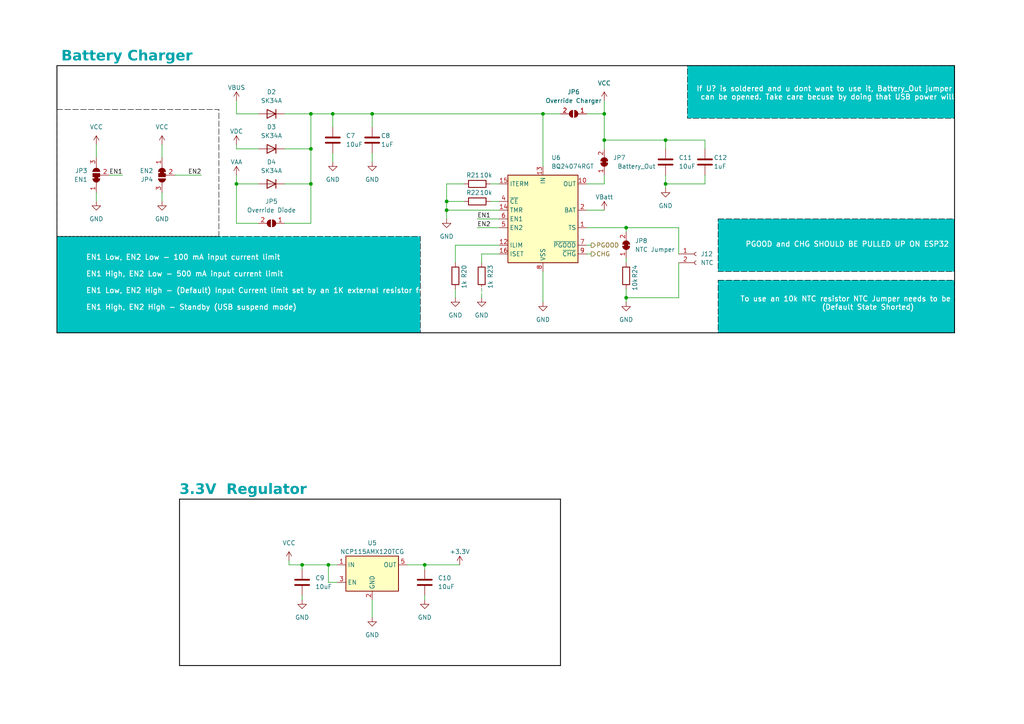
<source format=kicad_sch>
(kicad_sch (version 20231120) (generator "eeschema") (generator_version "8.0")
  (paper "A4")
  (title_block (title "Gas Weigther") (date "2024-08-26") (rev "1"))
  (lib_symbols
    (symbol "Battery_Management:BQ24074RGT"
      (property "Reference" "U" (at -8.89 13.97 0))
      (property "Value" "BQ24074RGT" (at 16.51 13.97 0))
      (symbol "BQ24074RGT_0_1"
        (rectangle (start -10.16 12.7) (end 10.16 -12.7) (stroke (width 0.254)) (fill (type background)))
      )
      (symbol "BQ24074RGT_1_1"
        (pin passive line (at 12.7 -2.54 180) (length 2.54) (name "TS") (number "1"))
        (pin power_out line (at 12.7 10.16 180) (length 2.54) (name "OUT") (number "10"))
        (pin passive line (at 12.7 10.16 180) (length 2.54) hide (name "OUT") (number "11"))
        (pin passive line (at -12.7 -7.62 0) (length 2.54) (name "ILIM") (number "12"))
        (pin power_in line (at 0 15.24 270) (length 2.54) (name "IN") (number "13"))
        (pin input line (at -12.7 2.54 0) (length 2.54) (name "TMR") (number "14"))
        (pin input line (at -12.7 10.16 0) (length 2.54) (name "ITERM") (number "15"))
        (pin passive line (at -12.7 -10.16 0) (length 2.54) (name "ISET") (number "16"))
        (pin passive line (at 0 -15.24 90) (length 2.54) hide (name "VSS") (number "17"))
        (pin power_out line (at 12.7 2.54 180) (length 2.54) (name "BAT") (number "2"))
        (pin passive line (at 12.7 2.54 180) (length 2.54) hide (name "BAT") (number "3"))
        (pin input line (at -12.7 5.08 0) (length 2.54) (name "~{CE}") (number "4"))
        (pin input line (at -12.7 -2.54 0) (length 2.54) (name "EN2") (number "5"))
        (pin input line (at -12.7 0 0) (length 2.54) (name "EN1") (number "6"))
        (pin open_collector line (at 12.7 -7.62 180) (length 2.54) (name "~{PGOOD}") (number "7"))
        (pin power_in line (at 0 -15.24 90) (length 2.54) (name "VSS") (number "8"))
        (pin open_collector line (at 12.7 -10.16 180) (length 2.54) (name "~{CHG}") (number "9"))
      )
    )
    (symbol "Connector:Conn_01x02_Socket" (pin_names (offset 1.016) hide)
      (property "Reference" "J" (at 0 2.54 0))
      (property "Value" "Conn_01x02_Socket" (at 0 -5.08 0))
      (symbol "Conn_01x02_Socket_1_1"
        (arc (start 0 -2.032) (mid -0.5058 -2.54) (end 0 -3.048) (stroke (width 0.1524)))
        (polyline (pts (xy -1.27 -2.54) (xy -0.508 -2.54)) (stroke (width 0.1524)))
        (polyline (pts (xy -1.27 0) (xy -0.508 0)) (stroke (width 0.1524)))
        (arc (start 0 0.508) (mid -0.5058 0) (end 0 -0.508) (stroke (width 0.1524)))
        (pin passive line (at -5.08 0 0) (length 3.81) (name "Pin_1") (number "1"))
        (pin passive line (at -5.08 -2.54 0) (length 3.81) (name "Pin_2") (number "2"))
      )
    )
    (symbol "Device:C" (pin_numbers hide) (pin_names (offset 0.254))
      (property "Reference" "C" (at 0.635 2.54 0))
      (property "Value" "C" (at 0.635 -2.54 0))
      (symbol "C_0_1"
        (polyline (pts (xy -2.032 -0.762) (xy 2.032 -0.762)) (stroke (width 0.508)))
        (polyline (pts (xy -2.032 0.762) (xy 2.032 0.762)) (stroke (width 0.508)))
      )
      (symbol "C_1_1"
        (pin passive line (at 0 3.81 270) (length 2.794) (name "~") (number "1"))
        (pin passive line (at 0 -3.81 90) (length 2.794) (name "~") (number "2"))
      )
    )
    (symbol "Device:R" (pin_numbers hide) (pin_names (offset 0))
      (property "Reference" "R" (at 2.032 0 90))
      (property "Value" "R" (at 0 0 90))
      (symbol "R_0_1"
        (rectangle (start -1.016 -2.54) (end 1.016 2.54) (stroke (width 0.254)))
      )
      (symbol "R_1_1"
        (pin passive line (at 0 3.81 270) (length 1.27) (name "~") (number "1"))
        (pin passive line (at 0 -3.81 90) (length 1.27) (name "~") (number "2"))
      )
    )
    (symbol "Diode:1N4001" (pin_numbers hide) (pin_names hide)
      (property "Reference" "D" (at 0 2.54 0))
      (property "Value" "1N4001" (at 0 -2.54 0))
      (symbol "1N4001_0_1"
        (polyline (pts (xy -1.27 1.27) (xy -1.27 -1.27)) (stroke (width 0.254)))
        (polyline (pts (xy 1.27 0) (xy -1.27 0)))
        (polyline (pts (xy 1.27 1.27) (xy 1.27 -1.27) (xy -1.27 0) (xy 1.27 1.27)) (stroke (width 0.254)))
      )
      (symbol "1N4001_1_1"
        (pin passive line (at -3.81 0 0) (length 2.54) (name "K") (number "1"))
        (pin passive line (at 3.81 0 180) (length 2.54) (name "A") (number "2"))
      )
    )
    (symbol "Jumper:SolderJumper_2_Bridged" (pin_names (offset 0) hide)
      (property "Reference" "JP" (at 0 2.032 0))
      (property "Value" "SolderJumper_2_Bridged" (at 0 -2.54 0))
      (symbol "SolderJumper_2_Bridged_0_1"
        (rectangle (start -0.508 0.508) (end 0.508 -0.508) (fill (type outline)))
        (arc (start -0.254 1.016) (mid -1.2656 0) (end -0.254 -1.016))
        (arc (start -0.254 1.016) (mid -1.2656 0) (end -0.254 -1.016) (fill (type outline)))
        (polyline (pts (xy -0.254 1.016) (xy -0.254 -1.016)))
        (polyline (pts (xy 0.254 1.016) (xy 0.254 -1.016)))
        (arc (start 0.254 -1.016) (mid 1.2656 0) (end 0.254 1.016))
        (arc (start 0.254 -1.016) (mid 1.2656 0) (end 0.254 1.016) (fill (type outline)))
      )
      (symbol "SolderJumper_2_Bridged_1_1"
        (pin passive line (at -3.81 0 0) (length 2.54) (name "A") (number "1"))
        (pin passive line (at 3.81 0 180) (length 2.54) (name "B") (number "2"))
      )
    )
    (symbol "Jumper:SolderJumper_2_Open" (pin_names (offset 0) hide)
      (property "Reference" "JP" (at 0 2.032 0))
      (property "Value" "SolderJumper_2_Open" (at 0 -2.54 0))
      (symbol "SolderJumper_2_Open_0_1"
        (arc (start -0.254 1.016) (mid -1.2656 0) (end -0.254 -1.016))
        (arc (start -0.254 1.016) (mid -1.2656 0) (end -0.254 -1.016) (fill (type outline)))
        (polyline (pts (xy -0.254 1.016) (xy -0.254 -1.016)))
        (polyline (pts (xy 0.254 1.016) (xy 0.254 -1.016)))
        (arc (start 0.254 -1.016) (mid 1.2656 0) (end 0.254 1.016))
        (arc (start 0.254 -1.016) (mid 1.2656 0) (end 0.254 1.016) (fill (type outline)))
      )
      (symbol "SolderJumper_2_Open_1_1"
        (pin passive line (at -3.81 0 0) (length 2.54) (name "A") (number "1"))
        (pin passive line (at 3.81 0 180) (length 2.54) (name "B") (number "2"))
      )
    )
    (symbol "Jumper:SolderJumper_3_Bridged12" (pin_names (offset 0) hide)
      (property "Reference" "JP" (at -2.54 -2.54 0))
      (property "Value" "SolderJumper_3_Bridged12" (at 0 2.794 0))
      (symbol "SolderJumper_3_Bridged12_0_1"
        (rectangle (start -1.016 0.508) (end -0.508 -0.508) (fill (type outline)))
        (arc (start -1.016 1.016) (mid -2.0276 0) (end -1.016 -1.016))
        (arc (start -1.016 1.016) (mid -2.0276 0) (end -1.016 -1.016) (fill (type outline)))
        (rectangle (start -0.508 1.016) (end 0.508 -1.016) (fill (type outline)))
        (polyline (pts (xy -2.54 0) (xy -2.032 0)))
        (polyline (pts (xy -1.016 1.016) (xy -1.016 -1.016)))
        (polyline (pts (xy 0 -1.27) (xy 0 -1.016)))
        (polyline (pts (xy 1.016 1.016) (xy 1.016 -1.016)))
        (polyline (pts (xy 2.54 0) (xy 2.032 0)))
        (arc (start 1.016 -1.016) (mid 2.0276 0) (end 1.016 1.016))
        (arc (start 1.016 -1.016) (mid 2.0276 0) (end 1.016 1.016) (fill (type outline)))
      )
      (symbol "SolderJumper_3_Bridged12_1_1"
        (pin passive line (at -5.08 0 0) (length 2.54) (name "A") (number "1"))
        (pin passive line (at 0 -3.81 90) (length 2.54) (name "C") (number "2"))
        (pin passive line (at 5.08 0 180) (length 2.54) (name "B") (number "3"))
      )
    )
    (symbol "Power_Symbols:VBatt" (power) (pin_names (offset 0))
      (property "Value" "VBatt" (at 0 6.35 0))
      (symbol "VBatt_0_1"
        (polyline (pts (xy -0.762 1.27) (xy 0 2.54)))
        (polyline (pts (xy 0 0) (xy 0 2.54)))
        (polyline (pts (xy 0 2.54) (xy 0.762 1.27)))
      )
      (symbol "VBatt_1_1"
        (pin power_in line (at 0 0 90) (length 0) hide (name "VBatt") (number "1"))
      )
    )
    (symbol "Regulator_Linear:NCP115AMX120TCG"
      (property "Reference" "U1" (at 0 8.89 0))
      (property "Value" "NCP115AMX120TCG" (at 0 6.35 0))
      (symbol "NCP115AMX120TCG_0_1"
        (rectangle (start -7.62 5.08) (end 7.62 -5.08) (stroke (width 0.254)) (fill (type background)))
      )
      (symbol "NCP115AMX120TCG_1_1"
        (pin power_in line (at -10.16 2.54 0) (length 2.54) (name "IN") (number "1"))
        (pin power_in line (at 0 -7.62 90) (length 2.54) (name "GND") (number "2"))
        (pin input line (at -10.16 -2.54 0) (length 2.54) (name "EN") (number "3"))
        (pin passive line (at 0 -7.62 90) (length 2.54) hide (name "GND") (number "5"))
        (pin power_out line (at 10.16 2.54 180) (length 2.54) (name "OUT") (number "5"))
      )
    )
    (symbol "power:+3.3V" (power) (pin_names (offset 0))
      (property "Value" "+3.3V" (at 0 3.556 0))
      (symbol "+3.3V_0_1"
        (polyline (pts (xy -0.762 1.27) (xy 0 2.54)))
        (polyline (pts (xy 0 0) (xy 0 2.54)))
        (polyline (pts (xy 0 2.54) (xy 0.762 1.27)))
      )
      (symbol "+3.3V_1_1"
        (pin power_in line (at 0 0 90) (length 0) hide (name "+3.3V") (number "1"))
      )
    )
    (symbol "power:GND" (power) (pin_names (offset 0))
      (property "Value" "GND" (at 0 -3.81 0))
      (symbol "GND_0_1"
        (polyline (pts (xy 0 0) (xy 0 -1.27) (xy 1.27 -1.27) (xy 0 -2.54) (xy -1.27 -1.27) (xy 0 -1.27)))
      )
      (symbol "GND_1_1"
        (pin power_in line (at 0 0 270) (length 0) hide (name "GND") (number "1"))
      )
    )
    (symbol "power:VAA" (power) (pin_names (offset 0))
      (property "Value" "VAA" (at 0 3.81 0))
      (symbol "VAA_0_1"
        (polyline (pts (xy -0.762 1.27) (xy 0 2.54)))
        (polyline (pts (xy 0 0) (xy 0 2.54)))
        (polyline (pts (xy 0 2.54) (xy 0.762 1.27)))
      )
      (symbol "VAA_1_1"
        (pin power_in line (at 0 0 90) (length 0) hide (name "VAA") (number "1"))
      )
    )
    (symbol "power:VBUS" (power) (pin_names (offset 0))
      (property "Value" "VBUS" (at 0 3.81 0))
      (symbol "VBUS_0_1"
        (polyline (pts (xy -0.762 1.27) (xy 0 2.54)))
        (polyline (pts (xy 0 0) (xy 0 2.54)))
        (polyline (pts (xy 0 2.54) (xy 0.762 1.27)))
      )
      (symbol "VBUS_1_1"
        (pin power_in line (at 0 0 90) (length 0) hide (name "VBUS") (number "1"))
      )
    )
    (symbol "power:VCC" (power) (pin_names (offset 0))
      (property "Value" "VCC" (at 0 3.81 0))
      (symbol "VCC_0_1"
        (polyline (pts (xy -0.762 1.27) (xy 0 2.54)))
        (polyline (pts (xy 0 0) (xy 0 2.54)))
        (polyline (pts (xy 0 2.54) (xy 0.762 1.27)))
      )
      (symbol "VCC_1_1"
        (pin power_in line (at 0 0 90) (length 0) hide (name "VCC") (number "1"))
      )
    )
    (symbol "power:VDC" (power) (pin_names (offset 0))
      (property "Value" "VDC" (at 0 6.35 0))
      (symbol "VDC_0_1"
        (polyline (pts (xy -0.762 1.27) (xy 0 2.54)))
        (polyline (pts (xy 0 0) (xy 0 2.54)))
        (polyline (pts (xy 0 2.54) (xy 0.762 1.27)))
      )
      (symbol "VDC_1_1"
        (pin power_in line (at 0 0 90) (length 0) hide (name "VDC") (number "1"))
      )
    )
  )
  (junction (at 87.63 163.83))
  (junction (at 129.54 58.42))
  (junction (at 181.61 66.04))
  (junction (at 90.17 43.18))
  (junction (at 90.17 53.34))
  (junction (at 157.48 33.02))
  (junction (at 129.54 60.96))
  (junction (at 95.25 163.83))
  (junction (at 96.52 33.02))
  (junction (at 90.17 33.02))
  (junction (at 193.04 40.64))
  (junction (at 175.26 40.64))
  (junction (at 123.19 163.83))
  (junction (at 68.58 53.34))
  (junction (at 107.95 33.02))
  (junction (at 193.04 53.34))
  (junction (at 181.61 86.36))
  (junction (at 175.26 33.02))
  (wire (pts (xy 46.99 41.91) (xy 46.99 45.72)))
  (wire (pts (xy 181.61 67.31) (xy 181.61 66.04)))
  (wire (pts (xy 139.7 73.66) (xy 139.7 76.2)))
  (wire (pts (xy 138.43 63.5) (xy 144.78 63.5)))
  (wire (pts (xy 181.61 83.82) (xy 181.61 86.36)))
  (wire (pts (xy 175.26 40.64) (xy 175.26 43.18)))
  (wire (pts (xy 123.19 163.83) (xy 133.35 163.83)))
  (wire (pts (xy 82.55 43.18) (xy 90.17 43.18)))
  (polyline (pts (xy 52.07 144.78) (xy 162.56 144.78)) (stroke (width 0.25) (type solid) (color 0 0 0 1)))
  (wire (pts (xy 196.85 73.66) (xy 196.85 66.04)))
  (wire (pts (xy 90.17 64.77) (xy 90.17 53.34)))
  (wire (pts (xy 144.78 73.66) (xy 139.7 73.66)))
  (wire (pts (xy 196.85 76.2) (xy 196.85 86.36)))
  (wire (pts (xy 142.24 53.34) (xy 144.78 53.34)))
  (wire (pts (xy 31.75 50.8) (xy 35.56 50.8)))
  (wire (pts (xy 132.08 76.2) (xy 132.08 71.12)))
  (wire (pts (xy 181.61 86.36) (xy 181.61 87.63)))
  (wire (pts (xy 50.8 50.8) (xy 58.42 50.8)))
  (wire (pts (xy 204.47 40.64) (xy 193.04 40.64)))
  (wire (pts (xy 68.58 53.34) (xy 74.93 53.34)))
  (polyline (pts (xy 276.86 19.05) (xy 276.86 96.52)) (stroke (width 0.25) (type solid) (color 0 0 0 1)))
  (wire (pts (xy 129.54 58.42) (xy 134.62 58.42)))
  (wire (pts (xy 96.52 44.45) (xy 96.52 46.99)))
  (wire (pts (xy 204.47 40.64) (xy 204.47 43.18)))
  (wire (pts (xy 27.94 55.88) (xy 27.94 58.42)))
  (wire (pts (xy 181.61 76.2) (xy 181.61 74.93)))
  (polyline (pts (xy 16.51 19.05) (xy 16.51 96.52)) (stroke (width 0.25) (type solid) (color 0 0 0 1)))
  (wire (pts (xy 193.04 53.34) (xy 193.04 54.61)))
  (wire (pts (xy 181.61 66.04) (xy 170.18 66.04)))
  (wire (pts (xy 123.19 163.83) (xy 123.19 165.1)))
  (wire (pts (xy 68.58 33.02) (xy 74.93 33.02)))
  (polyline (pts (xy 162.56 144.78) (xy 162.56 193.04)) (stroke (width 0.25) (type solid) (color 0 0 0 1)))
  (wire (pts (xy 129.54 53.34) (xy 134.62 53.34)))
  (wire (pts (xy 193.04 53.34) (xy 204.47 53.34)))
  (wire (pts (xy 204.47 50.8) (xy 204.47 53.34)))
  (wire (pts (xy 132.08 83.82) (xy 132.08 86.36)))
  (wire (pts (xy 82.55 64.77) (xy 90.17 64.77)))
  (polyline (pts (xy 16.51 19.05) (xy 276.86 19.05)) (stroke (width 0.25) (type solid) (color 0 0 0 1)))
  (wire (pts (xy 95.25 163.83) (xy 97.79 163.83)))
  (wire (pts (xy 87.63 163.83) (xy 95.25 163.83)))
  (wire (pts (xy 96.52 33.02) (xy 107.95 33.02)))
  (wire (pts (xy 175.26 50.8) (xy 175.26 53.34)))
  (wire (pts (xy 196.85 86.36) (xy 181.61 86.36)))
  (wire (pts (xy 129.54 58.42) (xy 129.54 53.34)))
  (wire (pts (xy 82.55 53.34) (xy 90.17 53.34)))
  (wire (pts (xy 138.43 66.04) (xy 144.78 66.04)))
  (wire (pts (xy 68.58 43.18) (xy 74.93 43.18)))
  (wire (pts (xy 129.54 60.96) (xy 144.78 60.96)))
  (wire (pts (xy 107.95 44.45) (xy 107.95 46.99)))
  (wire (pts (xy 170.18 60.96) (xy 175.26 60.96)))
  (wire (pts (xy 157.48 33.02) (xy 157.48 48.26)))
  (wire (pts (xy 175.26 29.21) (xy 175.26 33.02)))
  (wire (pts (xy 129.54 60.96) (xy 129.54 58.42)))
  (wire (pts (xy 170.18 33.02) (xy 175.26 33.02)))
  (polyline (pts (xy 52.07 144.78) (xy 52.07 193.04)) (stroke (width 0.25) (type solid) (color 0 0 0 1)))
  (wire (pts (xy 74.93 64.77) (xy 68.58 64.77)))
  (wire (pts (xy 95.25 168.91) (xy 95.25 163.83)))
  (wire (pts (xy 118.11 163.83) (xy 123.19 163.83)))
  (wire (pts (xy 123.19 172.72) (xy 123.19 173.99)))
  (wire (pts (xy 193.04 50.8) (xy 193.04 53.34)))
  (wire (pts (xy 68.58 41.91) (xy 68.58 43.18)))
  (wire (pts (xy 68.58 29.21) (xy 68.58 33.02)))
  (wire (pts (xy 90.17 33.02) (xy 96.52 33.02)))
  (wire (pts (xy 132.08 71.12) (xy 144.78 71.12)))
  (wire (pts (xy 157.48 33.02) (xy 162.56 33.02)))
  (wire (pts (xy 107.95 173.99) (xy 107.95 179.07)))
  (wire (pts (xy 68.58 53.34) (xy 68.58 50.8)))
  (wire (pts (xy 196.85 66.04) (xy 181.61 66.04)))
  (wire (pts (xy 83.82 163.83) (xy 87.63 163.83)))
  (wire (pts (xy 107.95 33.02) (xy 107.95 36.83)))
  (wire (pts (xy 193.04 40.64) (xy 193.04 43.18)))
  (wire (pts (xy 82.55 33.02) (xy 90.17 33.02)))
  (wire (pts (xy 139.7 83.82) (xy 139.7 86.36)))
  (wire (pts (xy 96.52 33.02) (xy 96.52 36.83)))
  (wire (pts (xy 129.54 63.5) (xy 129.54 60.96)))
  (polyline (pts (xy 162.56 193.04) (xy 52.07 193.04)) (stroke (width 0.25) (type solid) (color 0 0 0 1)))
  (wire (pts (xy 171.45 71.12) (xy 170.18 71.12)))
  (wire (pts (xy 90.17 33.02) (xy 90.17 43.18)))
  (polyline (pts (xy 276.86 96.52) (xy 16.51 96.52)) (stroke (width 0.25) (type solid) (color 0 0 0 1)))
  (wire (pts (xy 171.45 73.66) (xy 170.18 73.66)))
  (wire (pts (xy 68.58 64.77) (xy 68.58 53.34)))
  (wire (pts (xy 83.82 162.56) (xy 83.82 163.83)))
  (wire (pts (xy 97.79 168.91) (xy 95.25 168.91)))
  (wire (pts (xy 107.95 33.02) (xy 157.48 33.02)))
  (wire (pts (xy 87.63 172.72) (xy 87.63 173.99)))
  (wire (pts (xy 170.18 53.34) (xy 175.26 53.34)))
  (wire (pts (xy 157.48 78.74) (xy 157.48 87.63)))
  (wire (pts (xy 46.99 55.88) (xy 46.99 58.42)))
  (wire (pts (xy 90.17 43.18) (xy 90.17 53.34)))
  (wire (pts (xy 87.63 163.83) (xy 87.63 165.1)))
  (wire (pts (xy 27.94 41.91) (xy 27.94 45.72)))
  (wire (pts (xy 175.26 33.02) (xy 175.26 40.64)))
  (wire (pts (xy 142.24 58.42) (xy 144.78 58.42)))
  (wire (pts (xy 175.26 40.64) (xy 193.04 40.64)))
  (rectangle (start 208.28 63.5) (end 276.86 78.74) (stroke (width 0) (type dash) (color 0 0 0 1)) (fill (type color) (color 0 194 194 1)))
  (rectangle (start 16.51 31.75) (end 63.5 68.58) (stroke (width 0) (type dash) (color 0 0 0 1)) (fill (type color) (color 255 255 255 1)))
  (rectangle (start 16.51 68.58) (end 121.92 96.52) (stroke (width 0) (type dash) (color 0 0 0 1)) (fill (type color) (color 0 194 194 1)))
  (rectangle (start 208.28 81.28) (end 276.86 96.52) (stroke (width 0) (type dash) (color 0 0 0 1)) (fill (type color) (color 0 194 194 1)))
  (rectangle (start 199.39 19.05) (end 276.86 34.29) (stroke (width 0) (type dash) (color 0 0 0 1)) (fill (type color) (color 0 194 194 1)))
  (text "Battery Charger\n" (at 17.78 19.05 0) (effects (font (size 3 3) (thickness 0.6) (bold yes)) (justify left bottom)))
  (text "\n\n    EN1 Low, EN2 Low - 100 mA input current limit\n\n    EN1 High, EN2 Low - 500 mA input current limit \n\n    EN1 Low, EN2 High - (Default) Input Current limit set by an 1K external resistor from ILIM to GND\n\n    EN1 High, EN2 High - Standby (USB suspend mode)\n" (at 20.32 90.17 0) (effects (font (size 1.5 1.5) (thickness 0.2508) (bold yes)) (justify left bottom)))
  (text "3.3V  Regulator" (at 52.07 144.78 0) (effects (font (size 3 3) (thickness 0.6) (bold yes)) (justify left bottom)))
  (text "If U? is soldered and u dont want to use it, Battery_Out jumper\n can be opened. Take care becuse by doing that USB power will not work" (at 201.93 29.21 0) (effects (font (size 1.5 1.5) (thickness 0.2508) (bold yes)) (justify left bottom)))
  (text "PGOOD and CHG SHOULD BE PULLED UP ON ESP32" (at 216.154 71.882 0) (effects (font (size 1.5 1.5) (thickness 0.2508) (bold yes)) (justify left bottom)))
  (text "To use an 10k NTC resistor NTC Jumper needs to be open.\n				(Default State Shorted) " (at 214.63 90.17 0) (effects (font (size 1.5 1.5) (thickness 0.2508) (bold yes)) (justify left bottom)))
  (label "EN1" (at 35.56 50.8 180))
  (label "EN2" (at 138.43 66.04 0))
  (label "EN1" (at 138.43 63.5 0))
  (label "EN2" (at 58.42 50.8 180))
  (hierarchical_label "CHG" (shape output) (at 171.45 73.66 0))
  (hierarchical_label "PGOOD" (shape output) (at 171.45 71.12 0))
  (symbol (lib_id "Diode:1N4001") (at 78.74 53.34 180) (unit 1)
    (property "Reference" "D4" (at 78.74 46.99 0))
    (property "Value" "SK34A" (at 78.74 49.53 0))
    (property "Footprint" "Diode_SMD:D_0805_2012Metric" (effects (hide yes)))
    (property "Datasheet" "http://www.vishay.com/docs/88503/1n4001.pdf" (effects (hide yes)))
    (property "Sim.Device" "D" (effects (hide yes)))
    (property "Sim.Pins" "1=K 2=A" (effects (hide yes)))
  )
  (symbol (lib_id "Device:R") (at 132.08 80.01 0) (unit 1)
    (property "Reference" "R20" (at 134.62 78.74 90))
    (property "Value" "1k" (at 134.62 82.55 90))
    (property "Footprint" "Resistor_SMD:R_0805_2012Metric_Pad1.20x1.40mm_HandSolder" (effects (hide yes)))
    (instances (project "GasWeighter" (path "" (reference "R20") (unit 1))) (project "Arbolito" (path "" (reference "R11") (unit 1))))
  )
  (symbol (lib_id "power:VCC") (at 46.99 41.91 0) (unit 1)
    (property "Reference" "#PWR060" (effects (hide yes)))
    (property "Value" "VCC" (at 46.99 36.83 0))
    (instances (project "GasWeighter" (path "" (reference "#PWR060") (unit 1))) (project "Arbolito" (path "" (reference "#PWR016") (unit 1))))
  )
  (symbol (lib_id "Diode:1N4001") (at 78.74 43.18 180) (unit 1)
    (property "Reference" "D3" (at 78.74 36.83 0))
    (property "Value" "SK34A" (at 78.74 39.37 0))
    (property "Footprint" "Diode_SMD:D_0805_2012Metric" (effects (hide yes)))
    (property "Datasheet" "http://www.vishay.com/docs/88503/1n4001.pdf" (effects (hide yes)))
    (property "Sim.Device" "D" (effects (hide yes)))
    (property "Sim.Pins" "1=K 2=A" (effects (hide yes)))
  )
  (symbol (lib_id "Jumper:SolderJumper_2_Bridged") (at 175.26 46.99 90) (unit 1)
    (property "Reference" "JP7" (at 177.8 45.7199 90) (effects (justify right)))
    (property "Value" "Battery_Out" (at 179.07 48.26 90) (effects (justify right)))
    (property "Footprint" "Jumper:SolderJumper-2_P1.3mm_Bridged_RoundedPad1.0x1.5mm" (effects (hide yes)))
  )
  (symbol (lib_id "Regulator_Linear:NCP115AMX120TCG") (at 107.95 166.37 0) (unit 1)
    (property "Reference" "U5" (at 107.95 157.48 0))
    (property "Value" "NCP115AMX120TCG" (at 107.95 160.02 0))
    (property "Footprint" "Package_TO_SOT_SMD:SOT-23-5_HandSoldering" (effects (hide yes)))
    (property "Datasheet" "https://www.onsemi.com/pub/Collateral/NCP115-D.PDF" (effects (hide yes)))
    (instances (project "GasWeighter" (path "" (reference "U5") (unit 1))) (project "Arbolito" (path "" (reference "U1") (unit 1))))
  )
  (symbol (lib_id "Connector:Conn_01x02_Socket") (at 201.93 73.66 0) (unit 1)
    (property "Reference" "J12" (at 203.2 73.6599 0) (effects (justify left)))
    (property "Value" "NTC" (at 203.2 76.1999 0) (effects (justify left)))
    (property "Footprint" "Connector_JST:JST_PH_B2B-PH-K_1x02_P2.00mm_Vertical" (effects (hide yes)))
  )
  (symbol (lib_id "power:GND") (at 129.54 63.5 0) (unit 1)
    (property "Reference" "#PWR055" (effects (hide yes)))
    (property "Value" "GND" (at 129.54 68.58 0))
    (instances (project "GasWeighter" (path "" (reference "#PWR055") (unit 1))) (project "Arbolito" (path "" (reference "#PWR023") (unit 1))))
  )
  (symbol (lib_id "power:VCC") (at 83.82 162.56 0) (unit 1)
    (property "Reference" "#PWR026" (effects (hide yes)))
    (property "Value" "VCC" (at 83.82 157.48 0))
    (instances (project "GasWeighter" (path "" (reference "#PWR026") (unit 1))) (project "Arbolito" (path "" (reference "#PWR016") (unit 1))))
  )
  (symbol (lib_id "power:GND") (at 107.95 46.99 0) (unit 1)
    (property "Reference" "#PWR053" (effects (hide yes)))
    (property "Value" "GND" (at 107.95 52.07 0))
    (instances (project "GasWeighter" (path "" (reference "#PWR053") (unit 1))) (project "Arbolito" (path "" (reference "#PWR023") (unit 1))))
  )
  (symbol (lib_id "Device:R") (at 139.7 80.01 0) (unit 1)
    (property "Reference" "R23" (at 142.24 78.74 90))
    (property "Value" "1k" (at 142.24 82.55 90))
    (property "Footprint" "Resistor_SMD:R_0805_2012Metric_Pad1.20x1.40mm_HandSolder" (effects (hide yes)))
    (instances (project "GasWeighter" (path "" (reference "R23") (unit 1))) (project "Arbolito" (path "" (reference "R11") (unit 1))))
  )
  (symbol (lib_id "power:GND") (at 193.04 54.61 0) (unit 1)
    (property "Reference" "#PWR064" (effects (hide yes)))
    (property "Value" "GND" (at 193.04 59.69 0))
    (instances (project "GasWeighter" (path "" (reference "#PWR064") (unit 1))) (project "Arbolito" (path "" (reference "#PWR023") (unit 1))))
  )
  (symbol (lib_id "power:GND") (at 139.7 86.36 0) (unit 1)
    (property "Reference" "#PWR058" (effects (hide yes)))
    (property "Value" "GND" (at 139.7 91.44 0))
    (instances (project "GasWeighter" (path "" (reference "#PWR058") (unit 1))) (project "Arbolito" (path "" (reference "#PWR023") (unit 1))))
  )
  (symbol (lib_id "power:VCC") (at 175.26 29.21 0) (unit 1)
    (property "Reference" "#PWR057" (effects (hide yes)))
    (property "Value" "VCC" (at 175.26 24.13 0))
    (instances (project "GasWeighter" (path "" (reference "#PWR057") (unit 1))) (project "Arbolito" (path "" (reference "#PWR016") (unit 1))))
  )
  (symbol (lib_id "power:VAA") (at 68.58 50.8 0) (unit 1)
    (property "Reference" "#PWR027" (effects (hide yes)))
    (property "Value" "VAA" (at 68.58 46.99 0))
  )
  (symbol (lib_id "power:GND") (at 123.19 173.99 0) (unit 1)
    (property "Reference" "#PWR069" (effects (hide yes)))
    (property "Value" "GND" (at 123.19 179.07 0))
    (instances (project "GasWeighter" (path "" (reference "#PWR069") (unit 1))) (project "Arbolito" (path "" (reference "#PWR014") (unit 1))))
  )
  (symbol (lib_id "Device:C") (at 107.95 40.64 0) (unit 1)
    (property "Reference" "C8" (at 110.49 39.3699 0) (effects (justify left)))
    (property "Value" "1uF" (at 110.49 41.91 0) (effects (justify left)))
    (property "Footprint" "Capacitor_SMD:C_0603_1608Metric_Pad1.08x0.95mm_HandSolder" (effects (hide yes)))
    (instances (project "GasWeighter" (path "" (reference "C8") (unit 1))) (project "Brushed controller" (path "" (reference "C7") (unit 1))))
  )
  (symbol (lib_id "Device:C") (at 204.47 46.99 0) (unit 1)
    (property "Reference" "C12" (at 207.01 45.7199 0) (effects (justify left)))
    (property "Value" "1uF" (at 207.01 48.26 0) (effects (justify left)))
    (property "Footprint" "Capacitor_SMD:C_0603_1608Metric_Pad1.08x0.95mm_HandSolder" (effects (hide yes)))
    (instances (project "GasWeighter" (path "" (reference "C12") (unit 1))) (project "Brushed controller" (path "" (reference "C7") (unit 1))))
  )
  (symbol (lib_id "power:VBUS") (at 68.58 29.21 0) (unit 1)
    (property "Reference" "#PWR051" (effects (hide yes)))
    (property "Value" "VBUS" (at 68.58 25.4 0))
    (instances (project "GasWeighter" (path "" (reference "#PWR051") (unit 1))) (project "Arbolito" (path "" (reference "#PWR09") (unit 1))))
  )
  (symbol (lib_id "power:VDC") (at 68.58 41.91 0) (unit 1)
    (property "Reference" "#PWR02" (effects (hide yes)))
    (property "Value" "VDC" (at 68.58 38.1 0))
  )
  (symbol (lib_id "Device:R") (at 181.61 80.01 0) (unit 1)
    (property "Reference" "R24" (at 184.15 78.74 90))
    (property "Value" "10k" (at 184.15 82.55 90))
    (property "Footprint" "Resistor_SMD:R_0805_2012Metric_Pad1.20x1.40mm_HandSolder" (effects (hide yes)))
    (instances (project "GasWeighter" (path "" (reference "R24") (unit 1))) (project "Arbolito" (path "" (reference "R11") (unit 1))))
  )
  (symbol (lib_id "Device:R") (at 138.43 58.42 90) (unit 1)
    (property "Reference" "R22" (at 137.16 55.88 90))
    (property "Value" "10k" (at 140.97 55.88 90))
    (property "Footprint" "Resistor_SMD:R_0805_2012Metric_Pad1.20x1.40mm_HandSolder" (effects (hide yes)))
    (instances (project "GasWeighter" (path "" (reference "R22") (unit 1))) (project "Arbolito" (path "" (reference "R11") (unit 1))))
  )
  (symbol (lib_id "Jumper:SolderJumper_3_Bridged12") (at 46.99 50.8 90) (mirror x) (unit 1)
    (property "Reference" "JP4" (at 44.45 52.0701 90) (effects (justify left)))
    (property "Value" "EN2" (at 44.45 49.5301 90) (effects (justify left)))
    (property "Footprint" "Jumper:SolderJumper-3_P1.3mm_Bridged12_RoundedPad1.0x1.5mm" (effects (hide yes)))
  )
  (symbol (lib_id "Device:C") (at 193.04 46.99 0) (unit 1)
    (property "Reference" "C11" (at 196.85 45.72 0) (effects (justify left)))
    (property "Value" "10uF" (at 196.85 48.26 0) (effects (justify left)))
    (property "Footprint" "Capacitor_SMD:C_0603_1608Metric_Pad1.08x0.95mm_HandSolder" (effects (hide yes)))
    (instances (project "GasWeighter" (path "" (reference "C11") (unit 1))) (project "Brushed controller" (path "" (reference "C1") (unit 1))))
  )
  (symbol (lib_id "Jumper:SolderJumper_2_Open") (at 78.74 64.77 180) (unit 1)
    (property "Reference" "JP5" (at 78.74 58.42 0))
    (property "Value" "Override Diode" (at 78.74 60.96 0))
    (property "Footprint" "Jumper:SolderJumper-2_P1.3mm_Open_RoundedPad1.0x1.5mm" (effects (hide yes)))
  )
  (symbol (lib_id "power:GND") (at 87.63 173.99 0) (unit 1)
    (property "Reference" "#PWR067" (effects (hide yes)))
    (property "Value" "GND" (at 87.63 179.07 0))
    (instances (project "GasWeighter" (path "" (reference "#PWR067") (unit 1))) (project "Arbolito" (path "" (reference "#PWR08") (unit 1))))
  )
  (symbol (lib_id "power:GND") (at 107.95 179.07 0) (unit 1)
    (property "Reference" "#PWR068" (effects (hide yes)))
    (property "Value" "GND" (at 107.95 184.15 0))
    (instances (project "GasWeighter" (path "" (reference "#PWR068") (unit 1))) (project "Arbolito" (path "" (reference "#PWR011") (unit 1))))
  )
  (symbol (lib_id "Device:C") (at 123.19 168.91 0) (unit 1)
    (property "Reference" "C10" (at 127 167.6399 0) (effects (justify left)))
    (property "Value" "10uF" (at 127 170.1799 0) (effects (justify left)))
    (property "Footprint" "Capacitor_SMD:C_0805_2012Metric" (effects (hide yes)))
    (instances (project "GasWeighter" (path "" (reference "C10") (unit 1))) (project "Arbolito" (path "" (reference "C2") (unit 1))))
  )
  (symbol (lib_id "Jumper:SolderJumper_3_Bridged12") (at 27.94 50.8 90) (unit 1)
    (property "Reference" "JP3" (at 25.4 49.5299 90) (effects (justify left)))
    (property "Value" "EN1" (at 25.4 52.0699 90) (effects (justify left)))
    (property "Footprint" "Jumper:SolderJumper-3_P1.3mm_Bridged12_RoundedPad1.0x1.5mm" (effects (hide yes)))
  )
  (symbol (lib_id "Device:C") (at 87.63 168.91 0) (unit 1)
    (property "Reference" "C9" (at 91.44 167.6399 0) (effects (justify left)))
    (property "Value" "10uF" (at 91.44 170.1799 0) (effects (justify left)))
    (property "Footprint" "Capacitor_SMD:C_0805_2012Metric" (effects (hide yes)))
    (instances (project "GasWeighter" (path "" (reference "C9") (unit 1))) (project "Arbolito" (path "" (reference "C1") (unit 1))))
  )
  (symbol (lib_id "Jumper:SolderJumper_2_Open") (at 166.37 33.02 180) (unit 1)
    (property "Reference" "JP6" (at 166.37 26.67 0))
    (property "Value" "Override Charger" (at 166.37 29.21 0))
    (property "Footprint" "Jumper:SolderJumper-2_P1.3mm_Open_RoundedPad1.0x1.5mm" (effects (hide yes)))
  )
  (symbol (lib_id "Device:R") (at 138.43 53.34 90) (unit 1)
    (property "Reference" "R21" (at 137.16 50.8 90))
    (property "Value" "10k" (at 140.97 50.8 90))
    (property "Footprint" "Resistor_SMD:R_0805_2012Metric_Pad1.20x1.40mm_HandSolder" (effects (hide yes)))
    (instances (project "GasWeighter" (path "" (reference "R21") (unit 1))) (project "Arbolito" (path "" (reference "R11") (unit 1))))
  )
  (symbol (lib_id "power:VCC") (at 27.94 41.91 0) (unit 1)
    (property "Reference" "#PWR059" (effects (hide yes)))
    (property "Value" "VCC" (at 27.94 36.83 0))
    (instances (project "GasWeighter" (path "" (reference "#PWR059") (unit 1))) (project "Arbolito" (path "" (reference "#PWR016") (unit 1))))
  )
  (symbol (lib_id "power:GND") (at 157.48 87.63 0) (unit 1)
    (property "Reference" "#PWR047" (effects (hide yes)))
    (property "Value" "GND" (at 157.48 92.71 0))
    (instances (project "GasWeighter" (path "" (reference "#PWR047") (unit 1))) (project "Arbolito" (path "" (reference "#PWR023") (unit 1))))
  )
  (symbol (lib_id "power:+3.3V") (at 133.35 163.83 0) (unit 1)
    (property "Reference" "#PWR070" (effects (hide yes)))
    (property "Value" "+3.3V" (at 133.35 160.02 0))
    (instances (project "GasWeighter" (path "" (reference "#PWR070") (unit 1))) (project "Arbolito" (path "" (reference "#PWR015") (unit 1))))
  )
  (symbol (lib_id "Jumper:SolderJumper_2_Bridged") (at 181.61 71.12 90) (unit 1)
    (property "Reference" "JP8" (at 184.15 69.8499 90) (effects (justify right)))
    (property "Value" "NTC Jumper" (at 184.15 72.3899 90) (effects (justify right)))
    (property "Footprint" "Jumper:SolderJumper-2_P1.3mm_Bridged_RoundedPad1.0x1.5mm" (effects (hide yes)))
  )
  (symbol (lib_id "Power_Symbols:VBatt") (at 175.26 60.96 0) (unit 1)
    (property "Reference" "#PWR054" (effects (hide yes)))
    (property "Value" "VBatt" (at 175.26 57.15 0))
  )
  (symbol (lib_id "Device:C") (at 96.52 40.64 0) (unit 1)
    (property "Reference" "C7" (at 100.33 39.37 0) (effects (justify left)))
    (property "Value" "10uF" (at 100.33 41.91 0) (effects (justify left)))
    (property "Footprint" "Capacitor_SMD:C_0603_1608Metric_Pad1.08x0.95mm_HandSolder" (effects (hide yes)))
    (instances (project "GasWeighter" (path "" (reference "C7") (unit 1))) (project "Brushed controller" (path "" (reference "C1") (unit 1))))
  )
  (symbol (lib_id "Diode:1N4001") (at 78.74 33.02 180) (unit 1)
    (property "Reference" "D2" (at 78.74 26.67 0))
    (property "Value" "SK34A" (at 78.74 29.21 0))
    (property "Footprint" "Diode_SMD:D_0805_2012Metric" (effects (hide yes)))
    (property "Datasheet" "http://www.vishay.com/docs/88503/1n4001.pdf" (effects (hide yes)))
    (property "Sim.Device" "D" (effects (hide yes)))
    (property "Sim.Pins" "1=K 2=A" (effects (hide yes)))
  )
  (symbol (lib_id "power:GND") (at 27.94 58.42 0) (unit 1)
    (property "Reference" "#PWR061" (effects (hide yes)))
    (property "Value" "GND" (at 27.94 63.5 0))
    (instances (project "GasWeighter" (path "" (reference "#PWR061") (unit 1))) (project "Brushed controller" (path "" (reference "#PWR07") (unit 1))))
  )
  (symbol (lib_id "power:GND") (at 181.61 87.63 0) (unit 1)
    (property "Reference" "#PWR063" (effects (hide yes)))
    (property "Value" "GND" (at 181.61 92.71 0))
    (instances (project "GasWeighter" (path "" (reference "#PWR063") (unit 1))) (project "Arbolito" (path "" (reference "#PWR023") (unit 1))))
  )
  (symbol (lib_id "Battery_Management:BQ24074RGT") (at 157.48 63.5 0) (unit 1)
    (property "Reference" "U6" (at 159.9056 45.72 0) (effects (justify left)))
    (property "Value" "BQ24074RGT" (at 159.9056 48.26 0) (effects (justify left)))
    (property "Footprint" "Package_DFN_QFN:VQFN-16-1EP_3x3mm_P0.5mm_EP1.6x1.6mm" (effects (hide yes)))
    (property "Datasheet" "http://www.ti.com/lit/ds/symlink/bq24074.pdf" (effects (hide yes)))
  )
  (symbol (lib_id "power:GND") (at 46.99 58.42 0) (unit 1)
    (property "Reference" "#PWR062" (effects (hide yes)))
    (property "Value" "GND" (at 46.99 63.5 0))
    (instances (project "GasWeighter" (path "" (reference "#PWR062") (unit 1))) (project "Brushed controller" (path "" (reference "#PWR07") (unit 1))))
  )
  (symbol (lib_id "power:GND") (at 96.52 46.99 0) (unit 1)
    (property "Reference" "#PWR052" (effects (hide yes)))
    (property "Value" "GND" (at 96.52 52.07 0))
    (instances (project "GasWeighter" (path "" (reference "#PWR052") (unit 1))) (project "Arbolito" (path "" (reference "#PWR023") (unit 1))))
  )
  (symbol (lib_id "power:GND") (at 132.08 86.36 0) (unit 1)
    (property "Reference" "#PWR056" (effects (hide yes)))
    (property "Value" "GND" (at 132.08 91.44 0))
    (instances (project "GasWeighter" (path "" (reference "#PWR056") (unit 1))) (project "Arbolito" (path "" (reference "#PWR023") (unit 1))))
  )
)
</source>
